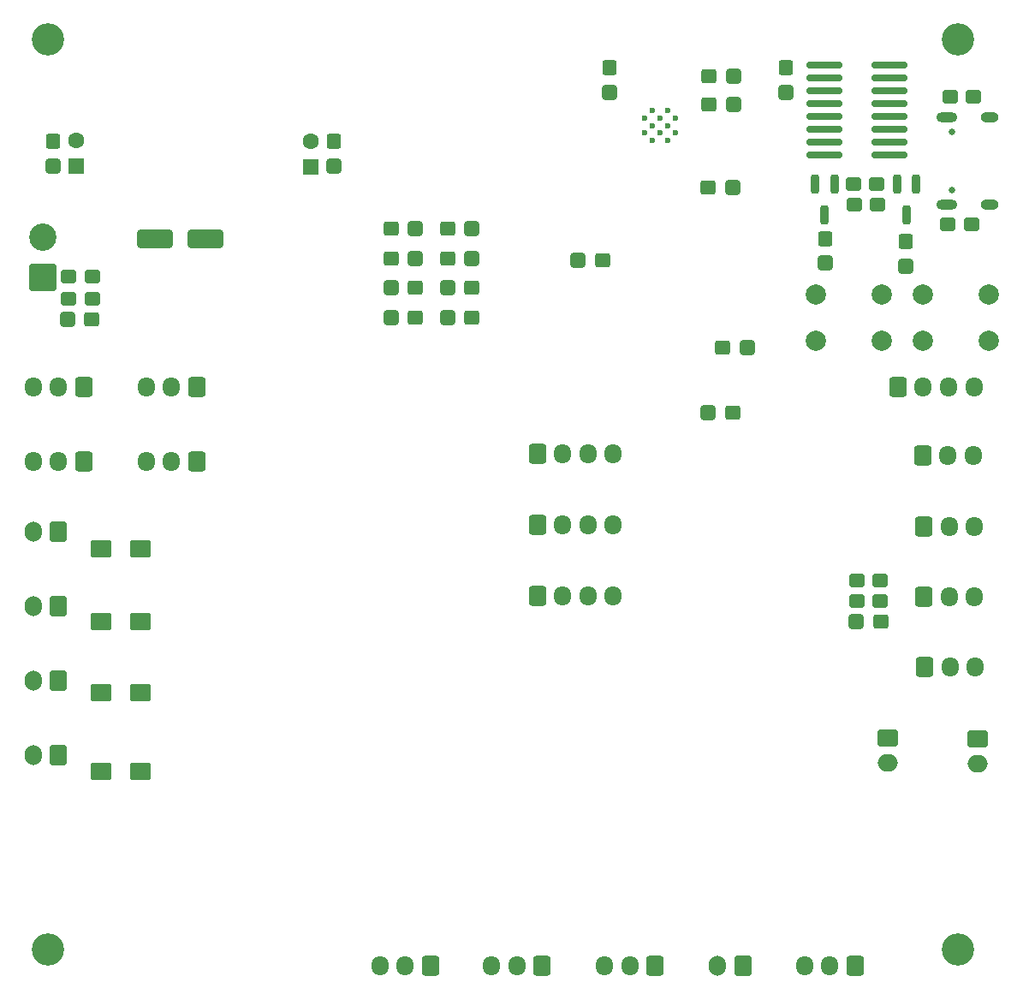
<source format=gbr>
%TF.GenerationSoftware,KiCad,Pcbnew,8.0.2*%
%TF.CreationDate,2025-03-10T15:18:04+08:00*%
%TF.ProjectId,sensorboard_v10,73656e73-6f72-4626-9f61-72645f763130,rev?*%
%TF.SameCoordinates,Original*%
%TF.FileFunction,Soldermask,Bot*%
%TF.FilePolarity,Negative*%
%FSLAX46Y46*%
G04 Gerber Fmt 4.6, Leading zero omitted, Abs format (unit mm)*
G04 Created by KiCad (PCBNEW 8.0.2) date 2025-03-10 15:18:04*
%MOMM*%
%LPD*%
G01*
G04 APERTURE LIST*
G04 Aperture macros list*
%AMRoundRect*
0 Rectangle with rounded corners*
0 $1 Rounding radius*
0 $2 $3 $4 $5 $6 $7 $8 $9 X,Y pos of 4 corners*
0 Add a 4 corners polygon primitive as box body*
4,1,4,$2,$3,$4,$5,$6,$7,$8,$9,$2,$3,0*
0 Add four circle primitives for the rounded corners*
1,1,$1+$1,$2,$3*
1,1,$1+$1,$4,$5*
1,1,$1+$1,$6,$7*
1,1,$1+$1,$8,$9*
0 Add four rect primitives between the rounded corners*
20,1,$1+$1,$2,$3,$4,$5,0*
20,1,$1+$1,$4,$5,$6,$7,0*
20,1,$1+$1,$6,$7,$8,$9,0*
20,1,$1+$1,$8,$9,$2,$3,0*%
G04 Aperture macros list end*
%ADD10RoundRect,0.250000X0.600000X0.725000X-0.600000X0.725000X-0.600000X-0.725000X0.600000X-0.725000X0*%
%ADD11O,1.700000X1.950000*%
%ADD12RoundRect,0.305575X-0.460025X-0.412525X0.460025X-0.412525X0.460025X0.412525X-0.460025X0.412525X0*%
%ADD13RoundRect,0.308511X-0.457089X-0.416489X0.457089X-0.416489X0.457089X0.416489X-0.457089X0.416489X0*%
%ADD14RoundRect,0.250000X0.600000X0.750000X-0.600000X0.750000X-0.600000X-0.750000X0.600000X-0.750000X0*%
%ADD15O,1.700000X2.000000*%
%ADD16R,1.600000X1.600000*%
%ADD17C,1.600000*%
%ADD18C,0.600000*%
%ADD19RoundRect,0.250000X-0.600000X-0.725000X0.600000X-0.725000X0.600000X0.725000X-0.600000X0.725000X0*%
%ADD20C,2.000000*%
%ADD21C,3.200000*%
%ADD22RoundRect,0.305575X0.460025X0.412525X-0.460025X0.412525X-0.460025X-0.412525X0.460025X-0.412525X0*%
%ADD23RoundRect,0.308511X0.457089X0.416489X-0.457089X0.416489X-0.457089X-0.416489X0.457089X-0.416489X0*%
%ADD24RoundRect,0.250000X-0.750000X0.600000X-0.750000X-0.600000X0.750000X-0.600000X0.750000X0.600000X0*%
%ADD25O,2.000000X1.700000*%
%ADD26RoundRect,0.250001X1.099999X-1.099999X1.099999X1.099999X-1.099999X1.099999X-1.099999X-1.099999X0*%
%ADD27C,2.700000*%
%ADD28C,0.650000*%
%ADD29O,2.100000X1.000000*%
%ADD30O,1.800000X1.000000*%
%ADD31RoundRect,0.278125X0.474375X0.389375X-0.474375X0.389375X-0.474375X-0.389375X0.474375X-0.389375X0*%
%ADD32RoundRect,0.336539X0.713461X0.538461X-0.713461X0.538461X-0.713461X-0.538461X0.713461X-0.538461X0*%
%ADD33RoundRect,0.278125X-0.474375X-0.389375X0.474375X-0.389375X0.474375X0.389375X-0.474375X0.389375X0*%
%ADD34RoundRect,0.305575X-0.412525X0.460025X-0.412525X-0.460025X0.412525X-0.460025X0.412525X0.460025X0*%
%ADD35RoundRect,0.308511X-0.416489X0.457089X-0.416489X-0.457089X0.416489X-0.457089X0.416489X0.457089X0*%
%ADD36RoundRect,0.150000X-1.600000X-0.150000X1.600000X-0.150000X1.600000X0.150000X-1.600000X0.150000X0*%
%ADD37RoundRect,0.200000X-0.200000X0.750000X-0.200000X-0.750000X0.200000X-0.750000X0.200000X0.750000X0*%
%ADD38RoundRect,0.250000X-1.500000X-0.650000X1.500000X-0.650000X1.500000X0.650000X-1.500000X0.650000X0*%
G04 APERTURE END LIST*
D10*
%TO.C,J14*%
X108500000Y-96725000D03*
D11*
X106000000Y-96725000D03*
X103500000Y-96725000D03*
%TD*%
D12*
%TO.C,C15*%
X144500000Y-76647133D03*
D13*
X146931200Y-76640233D03*
%TD*%
D10*
%TO.C,J13*%
X108500000Y-89325000D03*
D11*
X106000000Y-89325000D03*
X103500000Y-89325000D03*
%TD*%
D10*
%TO.C,J26*%
X153850000Y-146625000D03*
D11*
X151350000Y-146625000D03*
X148850000Y-146625000D03*
%TD*%
D14*
%TO.C,J4*%
X106000000Y-103700000D03*
D15*
X103500000Y-103700000D03*
%TD*%
D16*
%TO.C,C7*%
X107750000Y-67500000D03*
D17*
X107750000Y-65000000D03*
%TD*%
D18*
%TO.C,U1*%
X164000000Y-62750000D03*
X164000000Y-64250000D03*
X164750000Y-62000000D03*
X164750000Y-63500000D03*
X164750000Y-65000000D03*
X165500000Y-62750000D03*
X165500000Y-64250000D03*
X166250000Y-62000000D03*
X166250000Y-63500000D03*
X166250000Y-65000000D03*
X167000000Y-62750000D03*
X167000000Y-64250000D03*
%TD*%
D19*
%TO.C,J19*%
X191500000Y-96175000D03*
D11*
X194000000Y-96175000D03*
X196500000Y-96175000D03*
%TD*%
D19*
%TO.C,J6*%
X153390600Y-96000000D03*
D11*
X155890600Y-96000000D03*
X158390600Y-96000000D03*
X160890600Y-96000000D03*
%TD*%
D12*
%TO.C,C13*%
X138900000Y-73713800D03*
D13*
X141331200Y-73706900D03*
%TD*%
D20*
%TO.C,SW2*%
X198050000Y-84750000D03*
X191550000Y-84750000D03*
X198050000Y-80250000D03*
X191550000Y-80250000D03*
%TD*%
D14*
%TO.C,J9*%
X106000000Y-125800000D03*
D15*
X103500000Y-125800000D03*
%TD*%
D10*
%TO.C,J15*%
X119700000Y-96725000D03*
D11*
X117200000Y-96725000D03*
X114700000Y-96725000D03*
%TD*%
D21*
%TO.C,H4*%
X195000000Y-145000000D03*
%TD*%
%TO.C,H3*%
X195000000Y-55000000D03*
%TD*%
D22*
%TO.C,C24*%
X146931200Y-82500000D03*
D23*
X144500000Y-82506900D03*
%TD*%
D12*
%TO.C,C14*%
X144500000Y-73713800D03*
D13*
X146931200Y-73706900D03*
%TD*%
D19*
%TO.C,J18*%
X191600000Y-110100000D03*
D11*
X194100000Y-110100000D03*
X196600000Y-110100000D03*
%TD*%
D24*
%TO.C,J21*%
X196925000Y-124150000D03*
D25*
X196925000Y-126650000D03*
%TD*%
D26*
%TO.C,J3*%
X104450000Y-78507500D03*
D27*
X104450000Y-74547500D03*
%TD*%
D16*
%TO.C,C11*%
X131000000Y-67600000D03*
D17*
X131000000Y-65100000D03*
%TD*%
D10*
%TO.C,J1*%
X142800000Y-146625000D03*
D11*
X140300000Y-146625000D03*
X137800000Y-146625000D03*
%TD*%
D21*
%TO.C,H2*%
X105000000Y-145000000D03*
%TD*%
D28*
%TO.C,J2*%
X194395000Y-69890000D03*
X194395000Y-64110000D03*
D29*
X193875000Y-71320000D03*
D30*
X198075000Y-71320000D03*
D29*
X193875000Y-62680000D03*
D30*
X198075000Y-62680000D03*
%TD*%
D19*
%TO.C,J7*%
X153390600Y-103000000D03*
D11*
X155890600Y-103000000D03*
X158390600Y-103000000D03*
X160890600Y-103000000D03*
%TD*%
D19*
%TO.C,J16*%
X191600000Y-103150000D03*
D11*
X194100000Y-103150000D03*
X196600000Y-103150000D03*
%TD*%
D19*
%TO.C,J25*%
X189050000Y-89375000D03*
D11*
X191550000Y-89375000D03*
X194050000Y-89375000D03*
X196550000Y-89375000D03*
%TD*%
D10*
%TO.C,J27*%
X184800000Y-146625000D03*
D11*
X182300000Y-146625000D03*
X179800000Y-146625000D03*
%TD*%
D21*
%TO.C,H1*%
X105000000Y-55000000D03*
%TD*%
D22*
%TO.C,C22*%
X141331200Y-79566666D03*
D23*
X138900000Y-79573566D03*
%TD*%
D24*
%TO.C,J11*%
X188025000Y-124050000D03*
D25*
X188025000Y-126550000D03*
%TD*%
D14*
%TO.C,J5*%
X106000000Y-111066666D03*
D15*
X103500000Y-111066666D03*
%TD*%
D10*
%TO.C,J12*%
X119700000Y-89325000D03*
D11*
X117200000Y-89325000D03*
X114700000Y-89325000D03*
%TD*%
D14*
%TO.C,J20*%
X173700000Y-146625000D03*
D15*
X171200000Y-146625000D03*
%TD*%
D22*
%TO.C,C23*%
X141331200Y-82500000D03*
D23*
X138900000Y-82506900D03*
%TD*%
D20*
%TO.C,SW1*%
X187450000Y-84750000D03*
X180950000Y-84750000D03*
X187450000Y-80250000D03*
X180950000Y-80250000D03*
%TD*%
D19*
%TO.C,J23*%
X191700000Y-117075000D03*
D11*
X194200000Y-117075000D03*
X196700000Y-117075000D03*
%TD*%
D14*
%TO.C,J8*%
X106000000Y-118433332D03*
D15*
X103500000Y-118433332D03*
%TD*%
D19*
%TO.C,J10*%
X153390600Y-110000000D03*
D11*
X155890600Y-110000000D03*
X158390600Y-110000000D03*
X160890600Y-110000000D03*
%TD*%
D10*
%TO.C,J17*%
X165050000Y-146625000D03*
D11*
X162550000Y-146625000D03*
X160050000Y-146625000D03*
%TD*%
D31*
%TO.C,R19*%
X187305000Y-108500000D03*
X185000000Y-108500000D03*
%TD*%
D22*
%TO.C,C29*%
X159815600Y-76800000D03*
D23*
X157384400Y-76806900D03*
%TD*%
D32*
%TO.C,R25*%
X114150000Y-112600000D03*
X110250000Y-112600000D03*
%TD*%
D12*
%TO.C,C36*%
X171684400Y-85506900D03*
D13*
X174115600Y-85500000D03*
%TD*%
D33*
%TO.C,R2*%
X107047500Y-78432500D03*
X109352500Y-78432500D03*
%TD*%
D31*
%TO.C,R5*%
X187000000Y-71335000D03*
X184695000Y-71335000D03*
%TD*%
D32*
%TO.C,R24*%
X114150000Y-105400000D03*
X110250000Y-105400000D03*
%TD*%
%TO.C,R26*%
X114150000Y-119600000D03*
X110250000Y-119600000D03*
%TD*%
D33*
%TO.C,R41*%
X193997500Y-73282500D03*
X196302500Y-73282500D03*
%TD*%
D34*
%TO.C,C12*%
X133293100Y-65084400D03*
D35*
X133300000Y-67515600D03*
%TD*%
D31*
%TO.C,R42*%
X196502500Y-60617500D03*
X194197500Y-60617500D03*
%TD*%
D33*
%TO.C,R3*%
X107047500Y-80632500D03*
X109352500Y-80632500D03*
%TD*%
D34*
%TO.C,C3*%
X177993100Y-57784400D03*
D35*
X178000000Y-60215600D03*
%TD*%
D36*
%TO.C,U2*%
X181750000Y-66445000D03*
X181750000Y-65175000D03*
X181750000Y-63905000D03*
X181750000Y-62635000D03*
X181750000Y-61365000D03*
X181750000Y-60095000D03*
X181750000Y-58825000D03*
X181750000Y-57555000D03*
X188250000Y-57555000D03*
X188250000Y-58825000D03*
X188250000Y-60095000D03*
X188250000Y-61365000D03*
X188250000Y-62635000D03*
X188250000Y-63905000D03*
X188250000Y-65175000D03*
X188250000Y-66445000D03*
%TD*%
D22*
%TO.C,C38*%
X109331200Y-82693100D03*
D23*
X106900000Y-82700000D03*
%TD*%
D34*
%TO.C,C1*%
X160493100Y-57784400D03*
D35*
X160500000Y-60215600D03*
%TD*%
D37*
%TO.C,Q1*%
X188950000Y-69300000D03*
X190850000Y-69300000D03*
X189900000Y-72300000D03*
%TD*%
D31*
%TO.C,R20*%
X187305000Y-110500000D03*
X185000000Y-110500000D03*
%TD*%
D34*
%TO.C,C5*%
X189793100Y-74984400D03*
D35*
X189800000Y-77415600D03*
%TD*%
D34*
%TO.C,C6*%
X105493100Y-65084400D03*
D35*
X105500000Y-67515600D03*
%TD*%
D31*
%TO.C,R4*%
X186952500Y-69267500D03*
X184647500Y-69267500D03*
%TD*%
D22*
%TO.C,C31*%
X187368100Y-112525600D03*
D23*
X184936900Y-112532500D03*
%TD*%
D37*
%TO.C,Q2*%
X180850000Y-69300000D03*
X182750000Y-69300000D03*
X181800000Y-72300000D03*
%TD*%
D12*
%TO.C,C19*%
X170284400Y-69606900D03*
D13*
X172715600Y-69600000D03*
%TD*%
D38*
%TO.C,D2*%
X115600000Y-74700000D03*
X120600000Y-74700000D03*
%TD*%
D22*
%TO.C,C37*%
X172715600Y-91893100D03*
D23*
X170284400Y-91900000D03*
%TD*%
D12*
%TO.C,C17*%
X170384400Y-58606900D03*
D13*
X172815600Y-58600000D03*
%TD*%
D32*
%TO.C,R27*%
X114150000Y-127400000D03*
X110250000Y-127400000D03*
%TD*%
D12*
%TO.C,C20*%
X170384400Y-61406900D03*
D13*
X172815600Y-61400000D03*
%TD*%
D34*
%TO.C,C4*%
X181893100Y-74684400D03*
D35*
X181900000Y-77115600D03*
%TD*%
D12*
%TO.C,C16*%
X138900000Y-76647133D03*
D13*
X141331200Y-76640233D03*
%TD*%
D22*
%TO.C,C25*%
X146931200Y-79566666D03*
D23*
X144500000Y-79573566D03*
%TD*%
M02*

</source>
